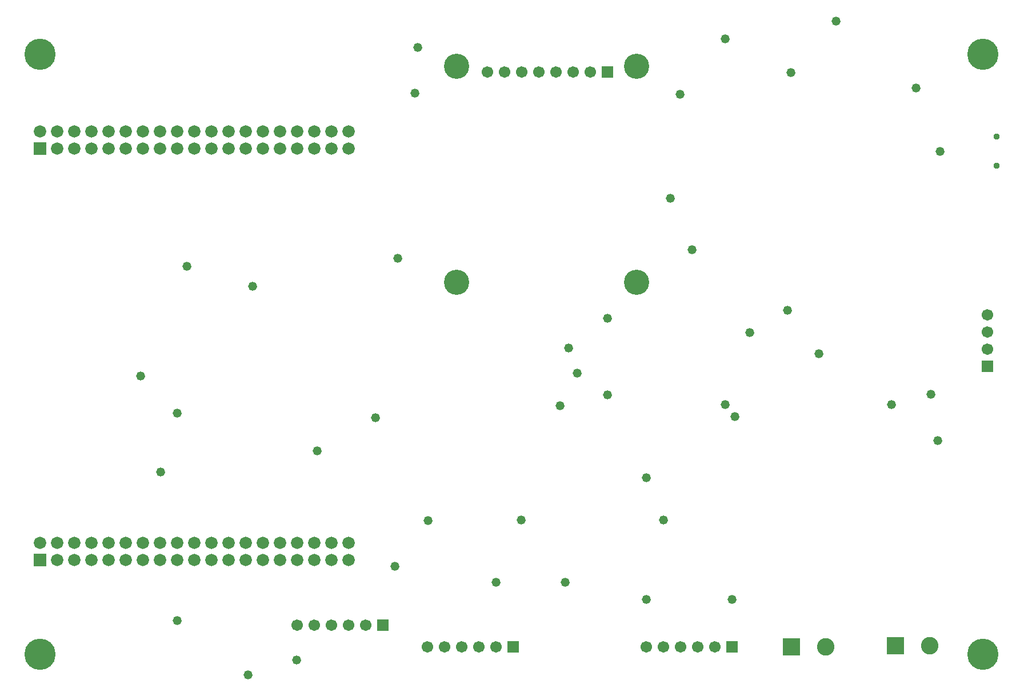
<source format=gbs>
G04*
G04 #@! TF.GenerationSoftware,Altium Limited,Altium Designer,24.8.2 (39)*
G04*
G04 Layer_Color=16711935*
%FSLAX25Y25*%
%MOIN*%
G70*
G04*
G04 #@! TF.SameCoordinates,D5B995EF-E859-4182-B092-416B0F4975BE*
G04*
G04*
G04 #@! TF.FilePolarity,Negative*
G04*
G01*
G75*
%ADD32C,0.03743*%
%ADD33R,0.06700X0.06700*%
%ADD34C,0.06700*%
%ADD35R,0.07200X0.07200*%
%ADD36C,0.07200*%
%ADD37R,0.10200X0.10200*%
%ADD38C,0.10200*%
%ADD39R,0.06700X0.06700*%
%ADD40C,0.14700*%
%ADD41C,0.05200*%
%ADD42C,0.18200*%
D32*
X583000Y327123D02*
D03*
Y309800D02*
D03*
D33*
X428800Y29200D02*
D03*
X301100D02*
D03*
X356082Y364784D02*
D03*
X225000Y42100D02*
D03*
D34*
X418800Y29200D02*
D03*
X408800D02*
D03*
X398800D02*
D03*
X388800D02*
D03*
X378800D02*
D03*
X577700Y203105D02*
D03*
Y213105D02*
D03*
Y223105D02*
D03*
X251100Y29200D02*
D03*
X261100D02*
D03*
X271100D02*
D03*
X281100D02*
D03*
X291100D02*
D03*
X286082Y364784D02*
D03*
X296082D02*
D03*
X306082D02*
D03*
X316082D02*
D03*
X326082D02*
D03*
X336082D02*
D03*
X346082D02*
D03*
X175000Y42100D02*
D03*
X185000D02*
D03*
X195000D02*
D03*
X205000D02*
D03*
X215000D02*
D03*
D35*
X25000Y80000D02*
D03*
Y320000D02*
D03*
D36*
Y90000D02*
D03*
X35000Y80000D02*
D03*
Y90000D02*
D03*
X45000Y80000D02*
D03*
Y90000D02*
D03*
X55000Y80000D02*
D03*
Y90000D02*
D03*
X65000Y80000D02*
D03*
Y90000D02*
D03*
X75000Y80000D02*
D03*
Y90000D02*
D03*
X85000Y80000D02*
D03*
Y90000D02*
D03*
X95000Y80000D02*
D03*
Y90000D02*
D03*
X105000Y80000D02*
D03*
Y90000D02*
D03*
X115000Y80000D02*
D03*
Y90000D02*
D03*
X125000Y80000D02*
D03*
Y90000D02*
D03*
X135000Y80000D02*
D03*
Y90000D02*
D03*
X145000Y80000D02*
D03*
Y90000D02*
D03*
X155000Y80000D02*
D03*
Y90000D02*
D03*
X165000Y80000D02*
D03*
Y90000D02*
D03*
X175000Y80000D02*
D03*
Y90000D02*
D03*
X185000Y80000D02*
D03*
Y90000D02*
D03*
X195000Y80000D02*
D03*
Y90000D02*
D03*
X205000Y80000D02*
D03*
Y90000D02*
D03*
X25000Y330000D02*
D03*
X35000Y320000D02*
D03*
Y330000D02*
D03*
X45000Y320000D02*
D03*
Y330000D02*
D03*
X55000Y320000D02*
D03*
Y330000D02*
D03*
X65000Y320000D02*
D03*
Y330000D02*
D03*
X75000Y320000D02*
D03*
Y330000D02*
D03*
X85000Y320000D02*
D03*
Y330000D02*
D03*
X95000Y320000D02*
D03*
Y330000D02*
D03*
X105000Y320000D02*
D03*
Y330000D02*
D03*
X115000Y320000D02*
D03*
Y330000D02*
D03*
X125000Y320000D02*
D03*
Y330000D02*
D03*
X135000Y320000D02*
D03*
Y330000D02*
D03*
X145000Y320000D02*
D03*
Y330000D02*
D03*
X155000Y320000D02*
D03*
Y330000D02*
D03*
X165000Y320000D02*
D03*
Y330000D02*
D03*
X175000Y320000D02*
D03*
Y330000D02*
D03*
X185000Y320000D02*
D03*
Y330000D02*
D03*
X195000Y320000D02*
D03*
Y330000D02*
D03*
X205000Y320000D02*
D03*
Y330000D02*
D03*
D37*
X523900Y30000D02*
D03*
X463300Y29200D02*
D03*
D38*
X543900Y30000D02*
D03*
X483300Y29200D02*
D03*
D39*
X577700Y193105D02*
D03*
D40*
X267882Y367884D02*
D03*
X373000D02*
D03*
Y241900D02*
D03*
X267882D02*
D03*
D41*
X243600Y352300D02*
D03*
X245300Y379000D02*
D03*
X233700Y255800D02*
D03*
X110807Y251400D02*
D03*
X356100Y220900D02*
D03*
X398500Y351500D02*
D03*
X291100Y66800D02*
D03*
X331300D02*
D03*
X305700Y103200D02*
D03*
X428800Y57100D02*
D03*
X521800Y170607D02*
D03*
X424600Y170600D02*
D03*
X479300Y200400D02*
D03*
X461000Y225700D02*
D03*
X355900Y176300D02*
D03*
X338400Y189100D02*
D03*
X333400Y203600D02*
D03*
X232100Y76200D02*
D03*
X328200Y169800D02*
D03*
X251200Y103100D02*
D03*
X220600Y163000D02*
D03*
X149000Y239700D02*
D03*
X186800Y143600D02*
D03*
X95300Y131400D02*
D03*
X174600Y21700D02*
D03*
X392600Y291100D02*
D03*
X405200Y261100D02*
D03*
X548600Y149500D02*
D03*
X544650Y176700D02*
D03*
X430400Y163700D02*
D03*
X388800Y103200D02*
D03*
X104900Y165500D02*
D03*
X83700Y187300D02*
D03*
X378800Y128000D02*
D03*
X439100Y212600D02*
D03*
X424614Y384100D02*
D03*
X536000Y355348D02*
D03*
X105000Y44700D02*
D03*
X463100Y364300D02*
D03*
X550088Y318461D02*
D03*
X489200Y394300D02*
D03*
X146300Y12900D02*
D03*
X378600Y57100D02*
D03*
D42*
X25000Y375000D02*
D03*
X575000D02*
D03*
Y25000D02*
D03*
X25000D02*
D03*
M02*

</source>
